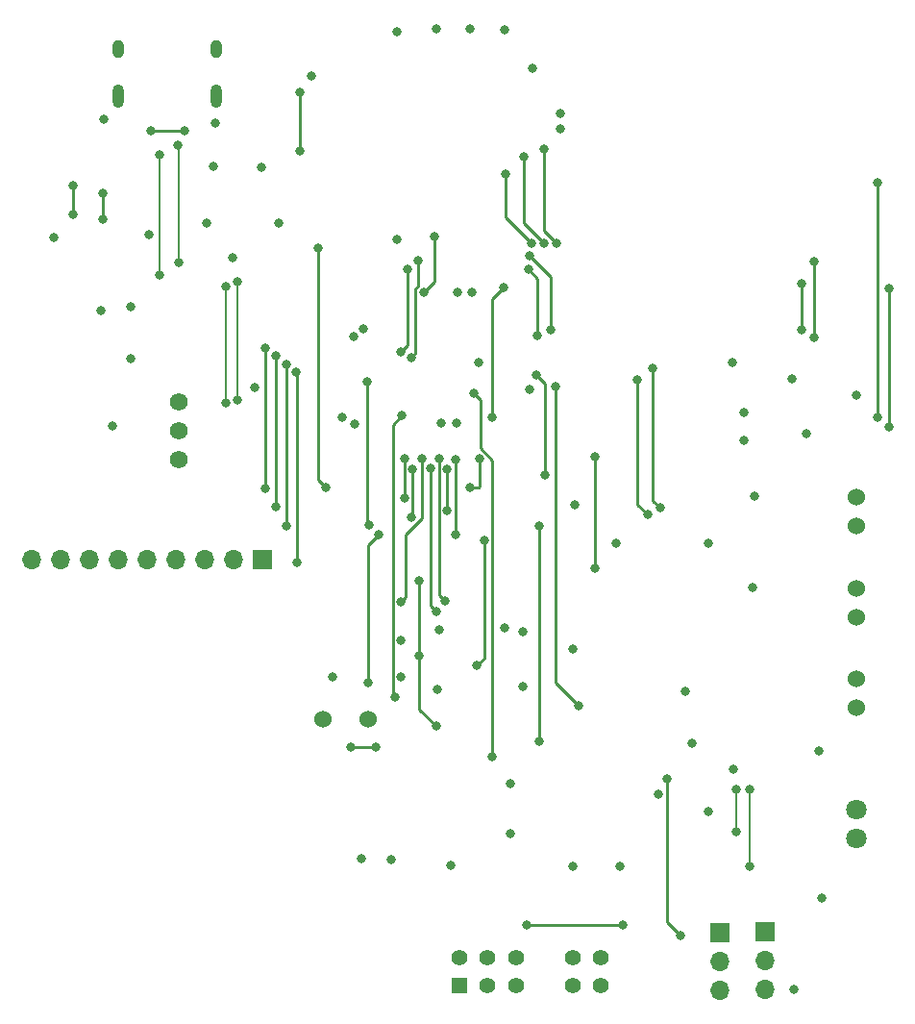
<source format=gbr>
%TF.GenerationSoftware,KiCad,Pcbnew,7.0.6*%
%TF.CreationDate,2023-11-17T16:50:28-08:00*%
%TF.ProjectId,Final_Project_4Layer,46696e61-6c5f-4507-926f-6a6563745f34,1.0*%
%TF.SameCoordinates,Original*%
%TF.FileFunction,Copper,L4,Bot*%
%TF.FilePolarity,Positive*%
%FSLAX46Y46*%
G04 Gerber Fmt 4.6, Leading zero omitted, Abs format (unit mm)*
G04 Created by KiCad (PCBNEW 7.0.6) date 2023-11-17 16:50:28*
%MOMM*%
%LPD*%
G01*
G04 APERTURE LIST*
%TA.AperFunction,ComponentPad*%
%ADD10O,1.700000X1.700000*%
%TD*%
%TA.AperFunction,ComponentPad*%
%ADD11R,1.700000X1.700000*%
%TD*%
%TA.AperFunction,ComponentPad*%
%ADD12C,1.574800*%
%TD*%
%TA.AperFunction,ComponentPad*%
%ADD13C,1.524000*%
%TD*%
%TA.AperFunction,ComponentPad*%
%ADD14O,1.000000X2.100000*%
%TD*%
%TA.AperFunction,ComponentPad*%
%ADD15O,1.000000X1.600000*%
%TD*%
%TA.AperFunction,ComponentPad*%
%ADD16R,1.408000X1.408000*%
%TD*%
%TA.AperFunction,ComponentPad*%
%ADD17C,1.408000*%
%TD*%
%TA.AperFunction,ComponentPad*%
%ADD18C,1.530000*%
%TD*%
%TA.AperFunction,ComponentPad*%
%ADD19C,1.803400*%
%TD*%
%TA.AperFunction,ViaPad*%
%ADD20C,0.800000*%
%TD*%
%TA.AperFunction,Conductor*%
%ADD21C,0.250000*%
%TD*%
%TA.AperFunction,Conductor*%
%ADD22C,0.200000*%
%TD*%
G04 APERTURE END LIST*
D10*
%TO.P,J5,9,9*%
%TO.N,/Card_Detect*%
X153340000Y-108000000D03*
%TO.P,J5,8,8*%
%TO.N,unconnected-(J5-Pad8)*%
X155880000Y-108000000D03*
%TO.P,J5,7,7*%
%TO.N,/MISO*%
X158420000Y-108000000D03*
%TO.P,J5,6,6*%
%TO.N,GND*%
X160960000Y-108000000D03*
%TO.P,J5,5,5*%
%TO.N,/SCK*%
X163500000Y-108000000D03*
%TO.P,J5,4,4*%
%TO.N,+3.3V*%
X166040000Y-108000000D03*
%TO.P,J5,3,3*%
%TO.N,/MOSI*%
X168580000Y-108000000D03*
%TO.P,J5,2,2*%
%TO.N,/CS_Card*%
X171120000Y-108000000D03*
D11*
%TO.P,J5,1,1*%
%TO.N,unconnected-(J5-Pad1)*%
X173660000Y-108000000D03*
%TD*%
D12*
%TO.P,J9,1,Pin_1*%
%TO.N,PWM_Servo*%
X166300000Y-94100000D03*
%TO.P,J9,2,Pin_2*%
%TO.N,+6V*%
X166300000Y-96640000D03*
%TO.P,J9,3,Pin_3*%
%TO.N,GND*%
X166300000Y-99180000D03*
%TD*%
D11*
%TO.P,J7,1,1*%
%TO.N,+3.3V*%
X218000000Y-140720000D03*
D10*
%TO.P,J7,2,2*%
%TO.N,Net-(J10-Pad2)*%
X218000000Y-143260000D03*
%TO.P,J7,3,3*%
%TO.N,GND*%
X218000000Y-145800000D03*
%TD*%
D13*
%TO.P,J3,1,Pin_1*%
%TO.N,+3.3V*%
X226000000Y-105000000D03*
%TO.P,J3,2,Pin_2*%
%TO.N,/Force_Signal*%
X226000000Y-102460000D03*
%TD*%
D14*
%TO.P,J6,S1,SHIELD*%
%TO.N,GND*%
X169640000Y-67180000D03*
D15*
X169640000Y-63000000D03*
D14*
X161000000Y-67180000D03*
D15*
X161000000Y-63000000D03*
%TD*%
D11*
%TO.P,J10,1,1*%
%TO.N,/AMPL_GAIN_SEL*%
X214000000Y-140775000D03*
D10*
%TO.P,J10,2,2*%
%TO.N,Net-(J10-Pad2)*%
X214000000Y-143315000D03*
%TO.P,J10,3,3*%
%TO.N,Net-(J10-Pad3)*%
X214000000Y-145855000D03*
%TD*%
D16*
%TO.P,S1,1*%
%TO.N,unconnected-(S1-Pad1)*%
X191000000Y-145500000D03*
D17*
%TO.P,S1,2*%
%TO.N,unconnected-(S1-Pad2)*%
X193500000Y-145500000D03*
%TO.P,S1,3*%
%TO.N,unconnected-(S1-Pad3)*%
X196000000Y-145500000D03*
%TO.P,S1,4*%
%TO.N,unconnected-(S1-Pad4)*%
X201000000Y-145500000D03*
%TO.P,S1,5*%
%TO.N,unconnected-(S1-Pad5)*%
X203500000Y-145500000D03*
%TO.P,S1,6*%
%TO.N,+3.3V*%
X203500000Y-143000000D03*
%TO.P,S1,7*%
%TO.N,Net-(R18-Pad1)*%
X201000000Y-143000000D03*
%TO.P,S1,8*%
%TO.N,/SD_MODE*%
X196000000Y-143000000D03*
%TO.P,S1,9*%
%TO.N,Net-(R19-Pad2)*%
X193500000Y-143000000D03*
%TO.P,S1,10*%
%TO.N,GND*%
X191000000Y-143000000D03*
%TD*%
D18*
%TO.P,TP1,TP,1*%
%TO.N,/SWDIO*%
X183000000Y-122000000D03*
%TD*%
D13*
%TO.P,J8,1,Pin_1*%
%TO.N,Net-(J8-Pin_1)*%
X226000000Y-121000000D03*
%TO.P,J8,2,Pin_2*%
%TO.N,GND*%
X226000000Y-118460000D03*
%TD*%
%TO.P,J2,1,Pin_1*%
%TO.N,+3.3V*%
X226000000Y-113000000D03*
%TO.P,J2,2,Pin_2*%
%TO.N,/Button_Signal*%
X226000000Y-110460000D03*
%TD*%
D18*
%TO.P,TP2,TP,1*%
%TO.N,/SWCLK*%
X179000000Y-122000000D03*
%TD*%
D19*
%TO.P,J12,1,1*%
%TO.N,Net-(C20-Pad1)*%
X226000000Y-132540000D03*
%TO.P,J12,2,2*%
%TO.N,Net-(C18-Pad1)*%
X226000000Y-130000000D03*
%TD*%
D20*
%TO.N,+3.3V*%
X189100000Y-119400000D03*
X175100000Y-78300000D03*
X182400000Y-134300000D03*
X197500000Y-64700000D03*
X192700000Y-90600000D03*
X201000000Y-115800000D03*
X201000000Y-135000000D03*
X181700000Y-88300000D03*
X213000000Y-130100000D03*
X181800000Y-96000000D03*
X185899500Y-115100000D03*
X221600000Y-96900000D03*
X205200000Y-135000000D03*
X204800000Y-106500000D03*
X192100000Y-84400000D03*
X199900000Y-70000000D03*
X162100000Y-85700000D03*
X215100000Y-90600000D03*
X196600000Y-114300000D03*
X190800000Y-95924500D03*
X201200000Y-103100000D03*
X168800000Y-78300000D03*
X195500000Y-127700000D03*
%TO.N,GND*%
X197187701Y-92987701D03*
X208575500Y-128600000D03*
X182600000Y-87600000D03*
X189300000Y-114100000D03*
X189400000Y-95924500D03*
X159700000Y-69200000D03*
X171100000Y-81400000D03*
X169400000Y-73300000D03*
X215200000Y-126400000D03*
X159500000Y-86000000D03*
X169500000Y-69500000D03*
X185500000Y-61500000D03*
X178000000Y-65400000D03*
X173000000Y-92800000D03*
X216100000Y-97500000D03*
X216900000Y-110400000D03*
X155300000Y-79600000D03*
X220300000Y-92000000D03*
X190300000Y-134900000D03*
X192000000Y-61200000D03*
X210900000Y-119600000D03*
X226000000Y-93500000D03*
X185000000Y-134400000D03*
X190900000Y-84400000D03*
X223000000Y-137800000D03*
X179900000Y-118300000D03*
X216100000Y-95000000D03*
X195000000Y-61300000D03*
X213000000Y-106500000D03*
X196600000Y-119100000D03*
X220500000Y-145800000D03*
X195000000Y-114000000D03*
X162100000Y-90300000D03*
X160500000Y-96200000D03*
X217000000Y-102400000D03*
X185500000Y-79800000D03*
X163700000Y-79300000D03*
X180700000Y-95449500D03*
X173600000Y-73400000D03*
X189000000Y-61200000D03*
X211487701Y-124112299D03*
X222700000Y-124800000D03*
X185899500Y-118300000D03*
X195500000Y-132100000D03*
X199900000Y-68700000D03*
%TO.N,Net-(D1-K)*%
X157000000Y-77600000D03*
X157000000Y-75000000D03*
X159600000Y-78000000D03*
X159600000Y-75700000D03*
%TO.N,RESET*%
X185900000Y-111700000D03*
X187700000Y-99100000D03*
%TO.N,Net-(U2-VDDCORE)*%
X189000000Y-112500000D03*
X188500000Y-99900000D03*
%TO.N,+BATT*%
X177000000Y-66800000D03*
X177000000Y-72000000D03*
%TO.N,D8_NEOPIX*%
X203000000Y-108700000D03*
X203000000Y-98900000D03*
%TO.N,/VO-*%
X215400000Y-128200000D03*
X215400000Y-131900000D03*
%TO.N,/VO+*%
X216600000Y-128200000D03*
X216600000Y-135000000D03*
%TO.N,/SWDIO*%
X190700000Y-105800000D03*
X183900000Y-105800000D03*
X183000000Y-118800000D03*
X190700000Y-99150000D03*
%TO.N,/SWCLK*%
X198100000Y-124000000D03*
X183700000Y-124500000D03*
X181500000Y-124500000D03*
X189975500Y-100000000D03*
X189975500Y-103600000D03*
X198100000Y-105000000D03*
%TO.N,/Button_Signal*%
X207600000Y-104000000D03*
X206700000Y-92100000D03*
%TO.N,/Force_Signal*%
X208700000Y-103400000D03*
X208100000Y-91100000D03*
%TO.N,/CS_Card*%
X175800000Y-105000000D03*
X175800000Y-90800000D03*
%TO.N,/MOSI*%
X186800000Y-104200000D03*
X194900000Y-84000000D03*
X193900000Y-95400000D03*
X186924500Y-99993982D03*
%TO.N,/SCK*%
X186500000Y-82400000D03*
X222300000Y-88400000D03*
X197900000Y-88200000D03*
X185900000Y-89700000D03*
X174900000Y-103300000D03*
X222300000Y-81700000D03*
X197100000Y-82400000D03*
X174900000Y-89974500D03*
%TO.N,/MISO*%
X186200000Y-102500000D03*
X186200000Y-99100000D03*
%TO.N,/Card_Detect*%
X173900000Y-101700000D03*
X173900000Y-89300000D03*
%TO.N,D+*%
X170500000Y-94200000D03*
X164600000Y-72300000D03*
X164600000Y-82900000D03*
X170500000Y-83900000D03*
%TO.N,D-*%
X166206773Y-71445529D03*
X171500000Y-93900000D03*
X171500000Y-83500000D03*
X166300000Y-81800000D03*
%TO.N,unconnected-(J6-SBU1-PadA8)*%
X166800000Y-70200000D03*
X163870500Y-70200000D03*
%TO.N,PWM_Servo*%
X198600000Y-100500000D03*
X197800000Y-91700000D03*
%TO.N,/AMPL_GAIN_SEL*%
X209300000Y-127300000D03*
X210500000Y-141100000D03*
%TO.N,Net-(U2-VSW)*%
X189251000Y-99100000D03*
X189800000Y-111600000D03*
%TO.N,/I2S_LRCLK*%
X182884749Y-92260151D03*
X192600000Y-117300000D03*
X183100000Y-104924500D03*
X193200000Y-106300000D03*
%TO.N,/I2S_BCLK*%
X187500000Y-116400000D03*
X176613329Y-91474500D03*
X189000000Y-122636987D03*
X187500000Y-109800000D03*
X176700000Y-108200000D03*
%TO.N,/I2S_DOUT*%
X185400000Y-120100000D03*
X186000000Y-95300000D03*
%TO.N,/V_DIV*%
X178600000Y-80500000D03*
X192000000Y-101600000D03*
X192800000Y-99100000D03*
X179300000Y-101600000D03*
%TO.N,ESP_BLUE*%
X197400000Y-80100000D03*
X195100000Y-74000000D03*
%TO.N,ESP_RED*%
X196700000Y-72500000D03*
X198500000Y-80100000D03*
%TO.N,ESP_GREEN*%
X198500000Y-71800000D03*
X199600000Y-80100000D03*
%TO.N,JUMBO_LED*%
X201500000Y-120800000D03*
X199500000Y-92700000D03*
%TO.N,/SD_MODE*%
X205400000Y-140100000D03*
X197000000Y-140100000D03*
%TO.N,/ESP_Busy*%
X187900000Y-84400000D03*
X188800000Y-79500000D03*
%TO.N,/CS_Wifi*%
X186767811Y-90195892D03*
X228900000Y-84100000D03*
X197200000Y-81200000D03*
X199100000Y-87700000D03*
X221200000Y-87700000D03*
X187400000Y-81600000D03*
X221200000Y-83700000D03*
X228900000Y-96300000D03*
%TO.N,/I2S_DIN*%
X193900000Y-125300000D03*
X192300000Y-93300000D03*
%TO.N,/MISO_ESP*%
X227900000Y-74800000D03*
X227900000Y-95400000D03*
%TD*%
D21*
%TO.N,Net-(D1-K)*%
X157000000Y-77600000D02*
X157000000Y-75000000D01*
X159600000Y-78000000D02*
X159600000Y-75700000D01*
%TO.N,RESET*%
X186300000Y-111300000D02*
X186300000Y-105725305D01*
X185900000Y-111700000D02*
X186300000Y-111300000D01*
X186300000Y-105725305D02*
X187700000Y-104325305D01*
X187700000Y-104325305D02*
X187700000Y-99100000D01*
%TO.N,Net-(U2-VDDCORE)*%
X188500000Y-112000000D02*
X189000000Y-112500000D01*
X188500000Y-99900000D02*
X188500000Y-112000000D01*
%TO.N,+BATT*%
X177000000Y-66800000D02*
X177000000Y-72000000D01*
%TO.N,D8_NEOPIX*%
X203000000Y-98900000D02*
X203000000Y-108700000D01*
D22*
%TO.N,/VO-*%
X215400000Y-128200000D02*
X215400000Y-131900000D01*
%TO.N,/VO+*%
X216600000Y-128200000D02*
X216600000Y-135000000D01*
D21*
%TO.N,/SWDIO*%
X183000000Y-106700000D02*
X183900000Y-105800000D01*
X190700000Y-105800000D02*
X190700000Y-99300000D01*
X183000000Y-118800000D02*
X183000000Y-106700000D01*
%TO.N,/SWCLK*%
X189975500Y-100000000D02*
X189975500Y-103600000D01*
X198100000Y-124000000D02*
X198100000Y-105000000D01*
X181500000Y-124500000D02*
X183700000Y-124500000D01*
%TO.N,/Button_Signal*%
X207600000Y-104000000D02*
X206700000Y-103100000D01*
X206700000Y-103100000D02*
X206700000Y-92100000D01*
%TO.N,/Force_Signal*%
X208100000Y-102800000D02*
X208700000Y-103400000D01*
X208100000Y-91100000D02*
X208100000Y-102800000D01*
%TO.N,/CS_Card*%
X175800000Y-105000000D02*
X175800000Y-90800000D01*
%TO.N,/MOSI*%
X186925000Y-99994482D02*
X186925000Y-104075000D01*
X186925000Y-104075000D02*
X186800000Y-104200000D01*
X193900000Y-95400000D02*
X193900000Y-85000000D01*
X186924500Y-99993982D02*
X186925000Y-99994482D01*
X193900000Y-85000000D02*
X194900000Y-84000000D01*
%TO.N,/SCK*%
X197900000Y-88200000D02*
X197900000Y-83200000D01*
X222300000Y-81700000D02*
X222300000Y-88400000D01*
X197900000Y-83200000D02*
X197100000Y-82400000D01*
X186500000Y-82400000D02*
X186500000Y-89100000D01*
X174900000Y-103300000D02*
X174900000Y-89974500D01*
X186500000Y-89100000D02*
X185900000Y-89700000D01*
%TO.N,/MISO*%
X186200000Y-102500000D02*
X186200000Y-99100000D01*
%TO.N,/Card_Detect*%
X173900000Y-101700000D02*
X173900000Y-89300000D01*
D22*
%TO.N,D+*%
X164600000Y-82900000D02*
X164600000Y-72300000D01*
X170500000Y-94200000D02*
X170500000Y-83900000D01*
%TO.N,D-*%
X166300000Y-71538756D02*
X166206773Y-71445529D01*
X166300000Y-81800000D02*
X166300000Y-71538756D01*
X171500000Y-93900000D02*
X171500000Y-83500000D01*
D21*
%TO.N,unconnected-(J6-SBU1-PadA8)*%
X163870500Y-70200000D02*
X166800000Y-70200000D01*
%TO.N,PWM_Servo*%
X198600000Y-92500000D02*
X198600000Y-100500000D01*
X197800000Y-91700000D02*
X198600000Y-92500000D01*
%TO.N,/AMPL_GAIN_SEL*%
X209300000Y-139900000D02*
X210500000Y-141100000D01*
X209300000Y-127300000D02*
X209300000Y-139900000D01*
%TO.N,Net-(U2-VSW)*%
X189251000Y-99100000D02*
X189251000Y-111051000D01*
X189251000Y-111051000D02*
X189800000Y-111600000D01*
%TO.N,/I2S_LRCLK*%
X182884749Y-104709249D02*
X183100000Y-104924500D01*
X182884749Y-92260151D02*
X182884749Y-104709249D01*
X193200000Y-116700000D02*
X193200000Y-106300000D01*
X192600000Y-117300000D02*
X193200000Y-116700000D01*
%TO.N,/I2S_BCLK*%
X176700000Y-91561171D02*
X176700000Y-108200000D01*
X187500000Y-121136987D02*
X187500000Y-116400000D01*
X189000000Y-122636987D02*
X187500000Y-121136987D01*
X187500000Y-109800000D02*
X187500000Y-116400000D01*
X176613329Y-91474500D02*
X176700000Y-91561171D01*
%TO.N,/I2S_DOUT*%
X185175000Y-119875000D02*
X185400000Y-120100000D01*
X186000000Y-95300000D02*
X185175000Y-96125000D01*
X185175000Y-96125000D02*
X185175000Y-119875000D01*
%TO.N,/V_DIV*%
X192000000Y-101600000D02*
X192700000Y-101600000D01*
X192800000Y-101500000D02*
X192800000Y-99100000D01*
X192700000Y-101600000D02*
X192800000Y-101500000D01*
X178600000Y-80500000D02*
X178600000Y-100900000D01*
X178600000Y-100900000D02*
X179300000Y-101600000D01*
%TO.N,ESP_BLUE*%
X195100000Y-74000000D02*
X195100000Y-77800000D01*
X195100000Y-77800000D02*
X197400000Y-80100000D01*
%TO.N,ESP_RED*%
X196700000Y-78300000D02*
X196700000Y-72500000D01*
X198500000Y-80100000D02*
X196700000Y-78300000D01*
%TO.N,ESP_GREEN*%
X198500000Y-79000000D02*
X199600000Y-80100000D01*
X198500000Y-71800000D02*
X198500000Y-79000000D01*
%TO.N,JUMBO_LED*%
X199500000Y-92700000D02*
X199500000Y-118800000D01*
X199500000Y-118800000D02*
X201500000Y-120800000D01*
%TO.N,/SD_MODE*%
X197000000Y-140100000D02*
X205400000Y-140100000D01*
%TO.N,/ESP_Busy*%
X188800000Y-83500000D02*
X188800000Y-79500000D01*
X187900000Y-84400000D02*
X188800000Y-83500000D01*
%TO.N,/CS_Wifi*%
X187175000Y-89788703D02*
X186767811Y-90195892D01*
X199100000Y-87700000D02*
X199100000Y-83100000D01*
X228900000Y-96300000D02*
X228900000Y-84100000D01*
X187175000Y-84099695D02*
X187175000Y-89788703D01*
X187400000Y-81600000D02*
X187400000Y-83874695D01*
X199100000Y-83100000D02*
X197200000Y-81200000D01*
X221200000Y-83700000D02*
X221200000Y-87700000D01*
X187400000Y-83874695D02*
X187175000Y-84099695D01*
%TO.N,/I2S_DIN*%
X192900000Y-98174695D02*
X193925000Y-99199695D01*
X192300000Y-93300000D02*
X192900000Y-93900000D01*
X192900000Y-93900000D02*
X192900000Y-98174695D01*
X193925000Y-99199695D02*
X193925000Y-125275000D01*
X193925000Y-125275000D02*
X193900000Y-125300000D01*
%TO.N,/MISO_ESP*%
X227900000Y-95400000D02*
X227900000Y-74800000D01*
%TD*%
M02*

</source>
